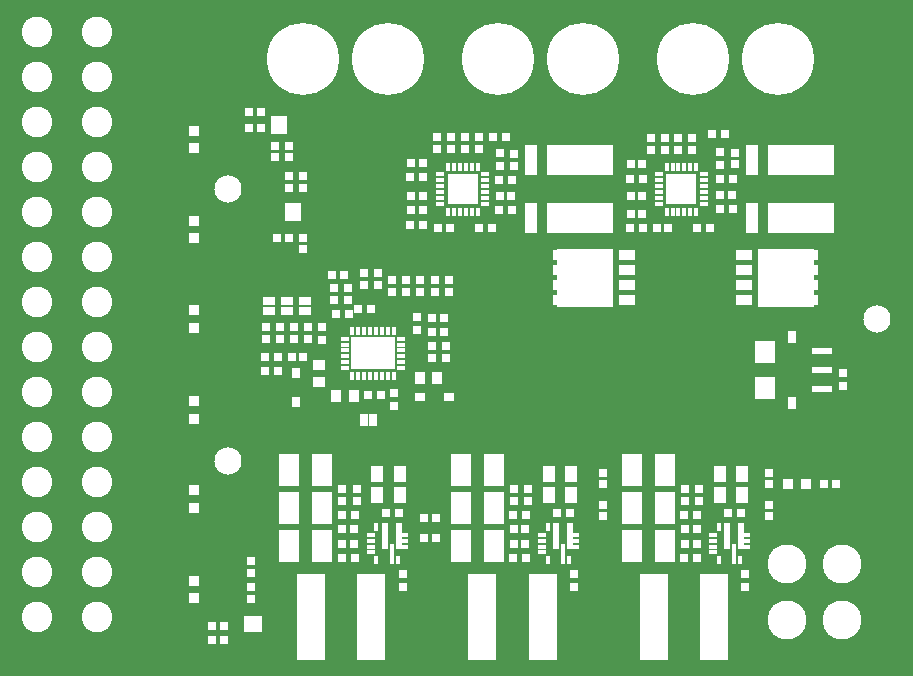
<source format=gbr>
G04 EAGLE Gerber RS-274X export*
G75*
%MOMM*%
%FSLAX34Y34*%
%LPD*%
%INSoldermask Top*%
%IPNEG*%
%AMOC8*
5,1,8,0,0,1.08239X$1,22.5*%
G01*
%ADD10C,2.301600*%
%ADD11R,1.401600X0.851600*%
%ADD12R,4.801600X4.901600*%
%ADD13R,1.001600X2.601600*%
%ADD14R,5.701600X2.601600*%
%ADD15R,1.801600X1.901600*%
%ADD16R,0.701600X1.001600*%
%ADD17R,1.701600X0.601600*%
%ADD18R,0.800000X0.700000*%
%ADD19C,6.101600*%
%ADD20R,0.700000X0.350000*%
%ADD21R,0.350000X0.700000*%
%ADD22R,0.500000X2.200000*%
%ADD23R,0.350000X1.800000*%
%ADD24R,0.550000X0.350000*%
%ADD25R,2.401600X7.301600*%
%ADD26R,1.001600X1.401600*%
%ADD27R,0.700000X0.800000*%
%ADD28R,0.800000X0.800000*%
%ADD29R,1.701600X2.801600*%
%ADD30R,0.350000X0.800000*%
%ADD31R,3.750000X2.750000*%
%ADD32R,0.800000X0.350000*%
%ADD33R,1.100000X0.900000*%
%ADD34R,0.900000X1.100000*%
%ADD35R,0.701600X0.901600*%
%ADD36R,0.901600X0.701600*%
%ADD37R,0.701600X1.101600*%
%ADD38R,1.101600X0.701600*%
%ADD39R,0.901600X0.901600*%
%ADD40R,1.500000X1.400000*%
%ADD41C,2.601600*%
%ADD42R,1.400000X1.500000*%
%ADD43C,3.301600*%
%ADD44R,2.600000X2.600000*%


D10*
X185000Y380000D03*
X185000Y150000D03*
X735000Y270000D03*
D11*
X621750Y324050D03*
X621750Y311350D03*
X621750Y298650D03*
X621750Y285950D03*
X678250Y285950D03*
X678250Y298650D03*
X678250Y311350D03*
X678250Y324050D03*
D12*
X657250Y305000D03*
D13*
X628500Y404500D03*
X628500Y355500D03*
D14*
X670000Y404500D03*
X670000Y355500D03*
D11*
X523250Y285950D03*
X523250Y298650D03*
X523250Y311350D03*
X523250Y324050D03*
X466750Y324050D03*
X466750Y311350D03*
X466750Y298650D03*
X466750Y285950D03*
D12*
X487750Y305000D03*
D13*
X441500Y404500D03*
X441500Y355500D03*
D14*
X483000Y404500D03*
X483000Y355500D03*
D15*
X639500Y212000D03*
X639500Y242000D03*
D16*
X663000Y199000D03*
X663000Y255000D03*
D17*
X688000Y227000D03*
X688000Y211000D03*
X688000Y243000D03*
D18*
X706000Y213500D03*
X706000Y224500D03*
D19*
X579000Y490000D03*
X651000Y490000D03*
X414000Y490000D03*
X486000Y490000D03*
X249000Y490000D03*
X321000Y490000D03*
D20*
X596000Y87500D03*
D21*
X600750Y94000D03*
D20*
X596000Y82500D03*
X596000Y77500D03*
X596000Y72500D03*
D21*
X600750Y66000D03*
X618750Y66000D03*
D22*
X619500Y86500D03*
X608000Y86500D03*
D23*
X613750Y71500D03*
D24*
X624750Y87500D03*
X624750Y82500D03*
X624750Y77500D03*
D25*
X596500Y18000D03*
X545500Y18000D03*
D18*
X623000Y43500D03*
X623000Y54500D03*
D26*
X620500Y121000D03*
X601500Y121000D03*
D27*
X619500Y106000D03*
X608500Y106000D03*
D26*
X620500Y139000D03*
X601500Y139000D03*
D28*
X643000Y140000D03*
X643000Y130000D03*
X643000Y113000D03*
X643000Y103000D03*
X584000Y126000D03*
X584000Y116000D03*
X572000Y126000D03*
X572000Y116000D03*
X582000Y92000D03*
X572000Y92000D03*
X572000Y80000D03*
X582000Y80000D03*
D27*
X571500Y104000D03*
X582500Y104000D03*
D29*
X527000Y78000D03*
X555000Y78000D03*
X527000Y110000D03*
X555000Y110000D03*
X527000Y142000D03*
X555000Y142000D03*
D27*
X582500Y68000D03*
X571500Y68000D03*
D30*
X325500Y260000D03*
D31*
X308000Y241000D03*
D30*
X320500Y260000D03*
X315500Y260000D03*
X310500Y260000D03*
X305500Y260000D03*
X300500Y260000D03*
X295500Y260000D03*
X290500Y260000D03*
D32*
X284000Y253500D03*
X284000Y248500D03*
X284000Y243500D03*
X284000Y238500D03*
X284000Y233500D03*
X284000Y228500D03*
D30*
X290500Y222000D03*
X295500Y222000D03*
X300500Y222000D03*
X305500Y222000D03*
X310500Y222000D03*
X315500Y222000D03*
X320500Y222000D03*
X325500Y222000D03*
D32*
X332000Y228500D03*
X332000Y233500D03*
X332000Y238500D03*
X332000Y243500D03*
X332000Y248500D03*
X332000Y253500D03*
D33*
X262000Y231500D03*
X262000Y216500D03*
D34*
X362500Y220000D03*
X347500Y220000D03*
D35*
X243000Y224000D03*
X243000Y200000D03*
D36*
X348000Y204000D03*
X372000Y204000D03*
D28*
X360000Y303000D03*
X360000Y293000D03*
X372000Y293000D03*
X372000Y303000D03*
X336000Y303000D03*
X336000Y293000D03*
X348000Y293000D03*
X348000Y303000D03*
X312000Y309000D03*
X312000Y299000D03*
X324000Y293000D03*
X324000Y303000D03*
X300000Y309000D03*
X300000Y299000D03*
X283000Y307000D03*
X273000Y307000D03*
D27*
X295500Y279000D03*
X306500Y279000D03*
D34*
X291500Y205000D03*
X276500Y205000D03*
D18*
X326000Y207500D03*
X326000Y196500D03*
D28*
X370000Y237000D03*
X370000Y247000D03*
X358000Y247000D03*
X358000Y237000D03*
X241000Y263000D03*
X241000Y253000D03*
D37*
X300000Y185000D03*
X308000Y185000D03*
D27*
X303500Y206000D03*
X314500Y206000D03*
D28*
X239000Y238000D03*
X249000Y238000D03*
D27*
X227500Y238000D03*
X216500Y238000D03*
X227500Y226000D03*
X216500Y226000D03*
D18*
X265000Y263500D03*
X265000Y252500D03*
D28*
X217000Y263000D03*
X217000Y253000D03*
X229000Y253000D03*
X229000Y263000D03*
X253000Y253000D03*
X253000Y263000D03*
D38*
X250000Y277000D03*
X250000Y285000D03*
X235000Y277000D03*
X235000Y285000D03*
X220000Y277000D03*
X220000Y285000D03*
D28*
X358000Y271000D03*
X368000Y271000D03*
X358000Y259000D03*
X368000Y259000D03*
X287000Y296000D03*
X287000Y286000D03*
X275000Y296000D03*
X275000Y286000D03*
D18*
X345000Y271500D03*
X345000Y260500D03*
D27*
X287500Y274000D03*
X276500Y274000D03*
D28*
X213000Y445000D03*
X203000Y445000D03*
X237000Y417000D03*
X237000Y407000D03*
D39*
X156000Y414500D03*
X156000Y429500D03*
D28*
X182000Y10000D03*
X172000Y10000D03*
X205000Y33000D03*
X205000Y43000D03*
D39*
X156000Y110500D03*
X156000Y125500D03*
D28*
X205000Y55000D03*
X205000Y65000D03*
X182000Y-2000D03*
X172000Y-2000D03*
D39*
X156000Y33500D03*
X156000Y48500D03*
D40*
X206000Y12000D03*
D28*
X225000Y417000D03*
X225000Y407000D03*
X213000Y432000D03*
X203000Y432000D03*
D39*
X156000Y338500D03*
X156000Y353500D03*
D28*
X237000Y339000D03*
X227000Y339000D03*
X237000Y381000D03*
X237000Y391000D03*
D39*
X156000Y262500D03*
X156000Y277500D03*
D28*
X249000Y381000D03*
X249000Y391000D03*
X249000Y339000D03*
X249000Y329000D03*
D39*
X156000Y185500D03*
X156000Y200500D03*
D41*
X74300Y513400D03*
X23500Y513400D03*
X74300Y475300D03*
X23500Y475300D03*
X74300Y437200D03*
X23500Y437200D03*
X74300Y399100D03*
X23500Y399100D03*
X74300Y361000D03*
X23500Y361000D03*
X74300Y322900D03*
X23500Y322900D03*
X74300Y284800D03*
X23500Y284800D03*
X74300Y246700D03*
X23500Y246700D03*
X74300Y208600D03*
X23500Y208600D03*
X74300Y170500D03*
X23500Y170500D03*
X74300Y132400D03*
X23500Y132400D03*
X74300Y94300D03*
X23500Y94300D03*
X74300Y56200D03*
X23500Y56200D03*
X74300Y18100D03*
X23500Y18100D03*
D42*
X240000Y361000D03*
X228000Y434000D03*
D28*
X700000Y130000D03*
X690000Y130000D03*
D39*
X674500Y130000D03*
X659500Y130000D03*
D43*
X705000Y63000D03*
X705000Y15000D03*
X658000Y63000D03*
X658000Y15000D03*
D20*
X451000Y87500D03*
D21*
X455750Y94000D03*
D20*
X451000Y82500D03*
X451000Y77500D03*
X451000Y72500D03*
D21*
X455750Y66000D03*
X473750Y66000D03*
D22*
X474500Y86500D03*
X463000Y86500D03*
D23*
X468750Y71500D03*
D24*
X479750Y87500D03*
X479750Y82500D03*
X479750Y77500D03*
D25*
X451500Y18000D03*
X400500Y18000D03*
D18*
X478000Y43500D03*
X478000Y54500D03*
D26*
X475500Y121000D03*
X456500Y121000D03*
D27*
X474500Y106000D03*
X463500Y106000D03*
D26*
X475500Y139000D03*
X456500Y139000D03*
D28*
X503000Y140000D03*
X503000Y130000D03*
X503000Y113000D03*
X503000Y103000D03*
X439000Y126000D03*
X439000Y116000D03*
X427000Y126000D03*
X427000Y116000D03*
X437000Y92000D03*
X427000Y92000D03*
X427000Y80000D03*
X437000Y80000D03*
D27*
X426500Y104000D03*
X437500Y104000D03*
D29*
X382000Y78000D03*
X410000Y78000D03*
X382000Y110000D03*
X410000Y110000D03*
X382000Y142000D03*
X410000Y142000D03*
D27*
X437500Y68000D03*
X426500Y68000D03*
D20*
X306000Y87500D03*
D21*
X310750Y94000D03*
D20*
X306000Y82500D03*
X306000Y77500D03*
X306000Y72500D03*
D21*
X310750Y66000D03*
X328750Y66000D03*
D22*
X329500Y86500D03*
X318000Y86500D03*
D23*
X323750Y71500D03*
D24*
X334750Y87500D03*
X334750Y82500D03*
X334750Y77500D03*
D25*
X306500Y18000D03*
X255500Y18000D03*
D18*
X333000Y43500D03*
X333000Y54500D03*
D26*
X330500Y121000D03*
X311500Y121000D03*
D27*
X329500Y106000D03*
X318500Y106000D03*
D26*
X330500Y139000D03*
X311500Y139000D03*
D28*
X351000Y85000D03*
X361000Y85000D03*
X361000Y102000D03*
X351000Y102000D03*
X294000Y126000D03*
X294000Y116000D03*
X282000Y126000D03*
X282000Y116000D03*
X282000Y80000D03*
X292000Y80000D03*
D27*
X281500Y104000D03*
X292500Y104000D03*
D29*
X237000Y78000D03*
X265000Y78000D03*
X237000Y110000D03*
X265000Y110000D03*
X237000Y142000D03*
X265000Y142000D03*
D27*
X292500Y68000D03*
X281500Y68000D03*
D28*
X292000Y92000D03*
X282000Y92000D03*
D44*
X569000Y380000D03*
D30*
X581500Y399000D03*
X576500Y399000D03*
X571500Y399000D03*
X566500Y399000D03*
X561500Y399000D03*
X556500Y399000D03*
D32*
X550000Y392500D03*
X550000Y387500D03*
X550000Y382500D03*
X550000Y377500D03*
X550000Y372500D03*
X550000Y367500D03*
D30*
X556500Y361000D03*
X561500Y361000D03*
X566500Y361000D03*
X571500Y361000D03*
X576500Y361000D03*
X581500Y361000D03*
D32*
X588000Y392500D03*
X588000Y387500D03*
X588000Y382500D03*
X588000Y377500D03*
X588000Y372500D03*
X588000Y367500D03*
D27*
X605500Y427000D03*
X594500Y427000D03*
X612500Y389000D03*
X601500Y389000D03*
D18*
X602000Y400500D03*
X602000Y411500D03*
D27*
X601500Y363000D03*
X612500Y363000D03*
X582500Y347000D03*
X593500Y347000D03*
D28*
X548000Y347000D03*
X558000Y347000D03*
D27*
X525500Y347000D03*
X536500Y347000D03*
D28*
X566000Y413000D03*
X566000Y423000D03*
X555000Y413000D03*
X555000Y423000D03*
X526000Y401000D03*
X536000Y401000D03*
X602000Y375000D03*
X612000Y375000D03*
X614000Y411000D03*
X614000Y401000D03*
X526000Y374000D03*
X536000Y374000D03*
X578000Y423000D03*
X578000Y413000D03*
X543000Y423000D03*
X543000Y413000D03*
D27*
X536500Y389000D03*
X525500Y389000D03*
D28*
X526000Y359000D03*
X536000Y359000D03*
D44*
X384000Y380000D03*
D30*
X396500Y399000D03*
X391500Y399000D03*
X386500Y399000D03*
X381500Y399000D03*
X376500Y399000D03*
X371500Y399000D03*
D32*
X365000Y392500D03*
X365000Y387500D03*
X365000Y382500D03*
X365000Y377500D03*
X365000Y372500D03*
X365000Y367500D03*
D30*
X371500Y361000D03*
X376500Y361000D03*
X381500Y361000D03*
X386500Y361000D03*
X391500Y361000D03*
X396500Y361000D03*
D32*
X403000Y392500D03*
X403000Y387500D03*
X403000Y382500D03*
X403000Y377500D03*
X403000Y372500D03*
X403000Y367500D03*
D27*
X420500Y424000D03*
X409500Y424000D03*
X425500Y388000D03*
X414500Y388000D03*
D18*
X415000Y399500D03*
X415000Y410500D03*
D27*
X414500Y362000D03*
X425500Y362000D03*
X397500Y347000D03*
X408500Y347000D03*
D28*
X363000Y347000D03*
X373000Y347000D03*
D27*
X339500Y350000D03*
X350500Y350000D03*
D28*
X386000Y414000D03*
X386000Y424000D03*
X374000Y414000D03*
X374000Y424000D03*
X340000Y402000D03*
X350000Y402000D03*
X415000Y374000D03*
X425000Y374000D03*
X427000Y410000D03*
X427000Y400000D03*
X340000Y374000D03*
X350000Y374000D03*
X398000Y424000D03*
X398000Y414000D03*
X362000Y424000D03*
X362000Y414000D03*
D27*
X350500Y390000D03*
X339500Y390000D03*
D28*
X340000Y362000D03*
X350000Y362000D03*
M02*

</source>
